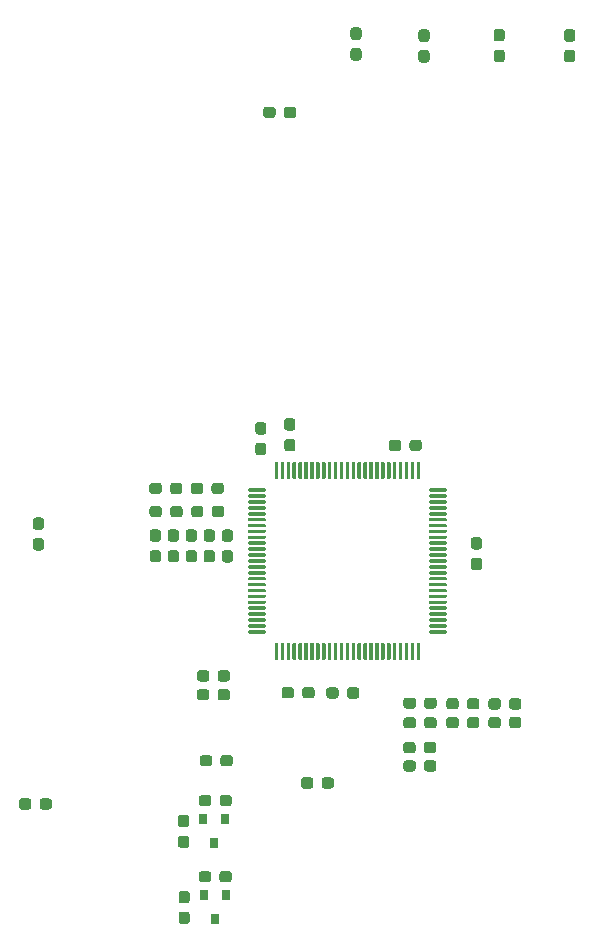
<source format=gbr>
%TF.GenerationSoftware,KiCad,Pcbnew,(5.1.6-0-10_14)*%
%TF.CreationDate,2021-08-28T18:32:45-05:00*%
%TF.ProjectId,atmega2560_led_driver,61746d65-6761-4323-9536-305f6c65645f,rev?*%
%TF.SameCoordinates,Original*%
%TF.FileFunction,Paste,Top*%
%TF.FilePolarity,Positive*%
%FSLAX46Y46*%
G04 Gerber Fmt 4.6, Leading zero omitted, Abs format (unit mm)*
G04 Created by KiCad (PCBNEW (5.1.6-0-10_14)) date 2021-08-28 18:32:45*
%MOMM*%
%LPD*%
G01*
G04 APERTURE LIST*
%ADD10R,0.800000X0.900000*%
G04 APERTURE END LIST*
%TO.C,C6*%
G36*
G01*
X152383000Y-116823500D02*
X152383000Y-116348500D01*
G75*
G02*
X152620500Y-116111000I237500J0D01*
G01*
X153195500Y-116111000D01*
G75*
G02*
X153433000Y-116348500I0J-237500D01*
G01*
X153433000Y-116823500D01*
G75*
G02*
X153195500Y-117061000I-237500J0D01*
G01*
X152620500Y-117061000D01*
G75*
G02*
X152383000Y-116823500I0J237500D01*
G01*
G37*
G36*
G01*
X154133000Y-116823500D02*
X154133000Y-116348500D01*
G75*
G02*
X154370500Y-116111000I237500J0D01*
G01*
X154945500Y-116111000D01*
G75*
G02*
X155183000Y-116348500I0J-237500D01*
G01*
X155183000Y-116823500D01*
G75*
G02*
X154945500Y-117061000I-237500J0D01*
G01*
X154370500Y-117061000D01*
G75*
G02*
X154133000Y-116823500I0J237500D01*
G01*
G37*
%TD*%
%TO.C,C7*%
G36*
G01*
X151401000Y-116322500D02*
X151401000Y-116797500D01*
G75*
G02*
X151163500Y-117035000I-237500J0D01*
G01*
X150588500Y-117035000D01*
G75*
G02*
X150351000Y-116797500I0J237500D01*
G01*
X150351000Y-116322500D01*
G75*
G02*
X150588500Y-116085000I237500J0D01*
G01*
X151163500Y-116085000D01*
G75*
G02*
X151401000Y-116322500I0J-237500D01*
G01*
G37*
G36*
G01*
X149651000Y-116322500D02*
X149651000Y-116797500D01*
G75*
G02*
X149413500Y-117035000I-237500J0D01*
G01*
X148838500Y-117035000D01*
G75*
G02*
X148601000Y-116797500I0J237500D01*
G01*
X148601000Y-116322500D01*
G75*
G02*
X148838500Y-116085000I237500J0D01*
G01*
X149413500Y-116085000D01*
G75*
G02*
X149651000Y-116322500I0J-237500D01*
G01*
G37*
%TD*%
D10*
%TO.C,Q1*%
X143936000Y-133700000D03*
X142036000Y-133700000D03*
X142986000Y-135700000D03*
%TD*%
%TO.C,Q2*%
X142886000Y-129258000D03*
X141936000Y-127258000D03*
X143836000Y-127258000D03*
%TD*%
%TO.C,R15*%
G36*
G01*
X159946999Y-120975499D02*
X159946999Y-121450499D01*
G75*
G02*
X159709499Y-121687999I-237500J0D01*
G01*
X159134499Y-121687999D01*
G75*
G02*
X158896999Y-121450499I0J237500D01*
G01*
X158896999Y-120975499D01*
G75*
G02*
X159134499Y-120737999I237500J0D01*
G01*
X159709499Y-120737999D01*
G75*
G02*
X159946999Y-120975499I0J-237500D01*
G01*
G37*
G36*
G01*
X161696999Y-120975499D02*
X161696999Y-121450499D01*
G75*
G02*
X161459499Y-121687999I-237500J0D01*
G01*
X160884499Y-121687999D01*
G75*
G02*
X160646999Y-121450499I0J237500D01*
G01*
X160646999Y-120975499D01*
G75*
G02*
X160884499Y-120737999I237500J0D01*
G01*
X161459499Y-120737999D01*
G75*
G02*
X161696999Y-120975499I0J-237500D01*
G01*
G37*
%TD*%
%TO.C,R16*%
G36*
G01*
X158916000Y-122997500D02*
X158916000Y-122522500D01*
G75*
G02*
X159153500Y-122285000I237500J0D01*
G01*
X159728500Y-122285000D01*
G75*
G02*
X159966000Y-122522500I0J-237500D01*
G01*
X159966000Y-122997500D01*
G75*
G02*
X159728500Y-123235000I-237500J0D01*
G01*
X159153500Y-123235000D01*
G75*
G02*
X158916000Y-122997500I0J237500D01*
G01*
G37*
G36*
G01*
X160666000Y-122997500D02*
X160666000Y-122522500D01*
G75*
G02*
X160903500Y-122285000I237500J0D01*
G01*
X161478500Y-122285000D01*
G75*
G02*
X161716000Y-122522500I0J-237500D01*
G01*
X161716000Y-122997500D01*
G75*
G02*
X161478500Y-123235000I-237500J0D01*
G01*
X160903500Y-123235000D01*
G75*
G02*
X160666000Y-122997500I0J237500D01*
G01*
G37*
%TD*%
%TO.C,R17*%
G36*
G01*
X159976000Y-118872500D02*
X159976000Y-119347500D01*
G75*
G02*
X159738500Y-119585000I-237500J0D01*
G01*
X159163500Y-119585000D01*
G75*
G02*
X158926000Y-119347500I0J237500D01*
G01*
X158926000Y-118872500D01*
G75*
G02*
X159163500Y-118635000I237500J0D01*
G01*
X159738500Y-118635000D01*
G75*
G02*
X159976000Y-118872500I0J-237500D01*
G01*
G37*
G36*
G01*
X161726000Y-118872500D02*
X161726000Y-119347500D01*
G75*
G02*
X161488500Y-119585000I-237500J0D01*
G01*
X160913500Y-119585000D01*
G75*
G02*
X160676000Y-119347500I0J237500D01*
G01*
X160676000Y-118872500D01*
G75*
G02*
X160913500Y-118635000I237500J0D01*
G01*
X161488500Y-118635000D01*
G75*
G02*
X161726000Y-118872500I0J-237500D01*
G01*
G37*
%TD*%
%TO.C,R18*%
G36*
G01*
X158926000Y-117687500D02*
X158926000Y-117212500D01*
G75*
G02*
X159163500Y-116975000I237500J0D01*
G01*
X159738500Y-116975000D01*
G75*
G02*
X159976000Y-117212500I0J-237500D01*
G01*
X159976000Y-117687500D01*
G75*
G02*
X159738500Y-117925000I-237500J0D01*
G01*
X159163500Y-117925000D01*
G75*
G02*
X158926000Y-117687500I0J237500D01*
G01*
G37*
G36*
G01*
X160676000Y-117687500D02*
X160676000Y-117212500D01*
G75*
G02*
X160913500Y-116975000I237500J0D01*
G01*
X161488500Y-116975000D01*
G75*
G02*
X161726000Y-117212500I0J-237500D01*
G01*
X161726000Y-117687500D01*
G75*
G02*
X161488500Y-117925000I-237500J0D01*
G01*
X160913500Y-117925000D01*
G75*
G02*
X160676000Y-117687500I0J237500D01*
G01*
G37*
%TD*%
%TO.C,R19*%
G36*
G01*
X163598999Y-117267499D02*
X163598999Y-117742499D01*
G75*
G02*
X163361499Y-117979999I-237500J0D01*
G01*
X162786499Y-117979999D01*
G75*
G02*
X162548999Y-117742499I0J237500D01*
G01*
X162548999Y-117267499D01*
G75*
G02*
X162786499Y-117029999I237500J0D01*
G01*
X163361499Y-117029999D01*
G75*
G02*
X163598999Y-117267499I0J-237500D01*
G01*
G37*
G36*
G01*
X165348999Y-117267499D02*
X165348999Y-117742499D01*
G75*
G02*
X165111499Y-117979999I-237500J0D01*
G01*
X164536499Y-117979999D01*
G75*
G02*
X164298999Y-117742499I0J237500D01*
G01*
X164298999Y-117267499D01*
G75*
G02*
X164536499Y-117029999I237500J0D01*
G01*
X165111499Y-117029999D01*
G75*
G02*
X165348999Y-117267499I0J-237500D01*
G01*
G37*
%TD*%
%TO.C,R20*%
G36*
G01*
X164301000Y-119337500D02*
X164301000Y-118862500D01*
G75*
G02*
X164538500Y-118625000I237500J0D01*
G01*
X165113500Y-118625000D01*
G75*
G02*
X165351000Y-118862500I0J-237500D01*
G01*
X165351000Y-119337500D01*
G75*
G02*
X165113500Y-119575000I-237500J0D01*
G01*
X164538500Y-119575000D01*
G75*
G02*
X164301000Y-119337500I0J237500D01*
G01*
G37*
G36*
G01*
X162551000Y-119337500D02*
X162551000Y-118862500D01*
G75*
G02*
X162788500Y-118625000I237500J0D01*
G01*
X163363500Y-118625000D01*
G75*
G02*
X163601000Y-118862500I0J-237500D01*
G01*
X163601000Y-119337500D01*
G75*
G02*
X163363500Y-119575000I-237500J0D01*
G01*
X162788500Y-119575000D01*
G75*
G02*
X162551000Y-119337500I0J237500D01*
G01*
G37*
%TD*%
%TO.C,R21*%
G36*
G01*
X167166000Y-117272500D02*
X167166000Y-117747500D01*
G75*
G02*
X166928500Y-117985000I-237500J0D01*
G01*
X166353500Y-117985000D01*
G75*
G02*
X166116000Y-117747500I0J237500D01*
G01*
X166116000Y-117272500D01*
G75*
G02*
X166353500Y-117035000I237500J0D01*
G01*
X166928500Y-117035000D01*
G75*
G02*
X167166000Y-117272500I0J-237500D01*
G01*
G37*
G36*
G01*
X168916000Y-117272500D02*
X168916000Y-117747500D01*
G75*
G02*
X168678500Y-117985000I-237500J0D01*
G01*
X168103500Y-117985000D01*
G75*
G02*
X167866000Y-117747500I0J237500D01*
G01*
X167866000Y-117272500D01*
G75*
G02*
X168103500Y-117035000I237500J0D01*
G01*
X168678500Y-117035000D01*
G75*
G02*
X168916000Y-117272500I0J-237500D01*
G01*
G37*
%TD*%
%TO.C,R22*%
G36*
G01*
X166117001Y-119322501D02*
X166117001Y-118847501D01*
G75*
G02*
X166354501Y-118610001I237500J0D01*
G01*
X166929501Y-118610001D01*
G75*
G02*
X167167001Y-118847501I0J-237500D01*
G01*
X167167001Y-119322501D01*
G75*
G02*
X166929501Y-119560001I-237500J0D01*
G01*
X166354501Y-119560001D01*
G75*
G02*
X166117001Y-119322501I0J237500D01*
G01*
G37*
G36*
G01*
X167867001Y-119322501D02*
X167867001Y-118847501D01*
G75*
G02*
X168104501Y-118610001I237500J0D01*
G01*
X168679501Y-118610001D01*
G75*
G02*
X168917001Y-118847501I0J-237500D01*
G01*
X168917001Y-119322501D01*
G75*
G02*
X168679501Y-119560001I-237500J0D01*
G01*
X168104501Y-119560001D01*
G75*
G02*
X167867001Y-119322501I0J237500D01*
G01*
G37*
%TD*%
%TO.C,R23*%
G36*
G01*
X139161000Y-99507500D02*
X139161000Y-99032500D01*
G75*
G02*
X139398500Y-98795000I237500J0D01*
G01*
X139973500Y-98795000D01*
G75*
G02*
X140211000Y-99032500I0J-237500D01*
G01*
X140211000Y-99507500D01*
G75*
G02*
X139973500Y-99745000I-237500J0D01*
G01*
X139398500Y-99745000D01*
G75*
G02*
X139161000Y-99507500I0J237500D01*
G01*
G37*
G36*
G01*
X137411000Y-99507500D02*
X137411000Y-99032500D01*
G75*
G02*
X137648500Y-98795000I237500J0D01*
G01*
X138223500Y-98795000D01*
G75*
G02*
X138461000Y-99032500I0J-237500D01*
G01*
X138461000Y-99507500D01*
G75*
G02*
X138223500Y-99745000I-237500J0D01*
G01*
X137648500Y-99745000D01*
G75*
G02*
X137411000Y-99507500I0J237500D01*
G01*
G37*
%TD*%
%TO.C,R24*%
G36*
G01*
X140916000Y-99507500D02*
X140916000Y-99032500D01*
G75*
G02*
X141153500Y-98795000I237500J0D01*
G01*
X141728500Y-98795000D01*
G75*
G02*
X141966000Y-99032500I0J-237500D01*
G01*
X141966000Y-99507500D01*
G75*
G02*
X141728500Y-99745000I-237500J0D01*
G01*
X141153500Y-99745000D01*
G75*
G02*
X140916000Y-99507500I0J237500D01*
G01*
G37*
G36*
G01*
X142666000Y-99507500D02*
X142666000Y-99032500D01*
G75*
G02*
X142903500Y-98795000I237500J0D01*
G01*
X143478500Y-98795000D01*
G75*
G02*
X143716000Y-99032500I0J-237500D01*
G01*
X143716000Y-99507500D01*
G75*
G02*
X143478500Y-99745000I-237500J0D01*
G01*
X142903500Y-99745000D01*
G75*
G02*
X142666000Y-99507500I0J237500D01*
G01*
G37*
%TD*%
%TO.C,R25*%
G36*
G01*
X139171000Y-101467500D02*
X139171000Y-100992500D01*
G75*
G02*
X139408500Y-100755000I237500J0D01*
G01*
X139983500Y-100755000D01*
G75*
G02*
X140221000Y-100992500I0J-237500D01*
G01*
X140221000Y-101467500D01*
G75*
G02*
X139983500Y-101705000I-237500J0D01*
G01*
X139408500Y-101705000D01*
G75*
G02*
X139171000Y-101467500I0J237500D01*
G01*
G37*
G36*
G01*
X137421000Y-101467500D02*
X137421000Y-100992500D01*
G75*
G02*
X137658500Y-100755000I237500J0D01*
G01*
X138233500Y-100755000D01*
G75*
G02*
X138471000Y-100992500I0J-237500D01*
G01*
X138471000Y-101467500D01*
G75*
G02*
X138233500Y-101705000I-237500J0D01*
G01*
X137658500Y-101705000D01*
G75*
G02*
X137421000Y-101467500I0J237500D01*
G01*
G37*
%TD*%
%TO.C,R26*%
G36*
G01*
X140941000Y-101467500D02*
X140941000Y-100992500D01*
G75*
G02*
X141178500Y-100755000I237500J0D01*
G01*
X141753500Y-100755000D01*
G75*
G02*
X141991000Y-100992500I0J-237500D01*
G01*
X141991000Y-101467500D01*
G75*
G02*
X141753500Y-101705000I-237500J0D01*
G01*
X141178500Y-101705000D01*
G75*
G02*
X140941000Y-101467500I0J237500D01*
G01*
G37*
G36*
G01*
X142691000Y-101467500D02*
X142691000Y-100992500D01*
G75*
G02*
X142928500Y-100755000I237500J0D01*
G01*
X143503500Y-100755000D01*
G75*
G02*
X143741000Y-100992500I0J-237500D01*
G01*
X143741000Y-101467500D01*
G75*
G02*
X143503500Y-101705000I-237500J0D01*
G01*
X142928500Y-101705000D01*
G75*
G02*
X142691000Y-101467500I0J237500D01*
G01*
G37*
%TD*%
%TO.C,U1*%
G36*
G01*
X145778000Y-99485000D02*
X145778000Y-99335000D01*
G75*
G02*
X145853000Y-99260000I75000J0D01*
G01*
X147178000Y-99260000D01*
G75*
G02*
X147253000Y-99335000I0J-75000D01*
G01*
X147253000Y-99485000D01*
G75*
G02*
X147178000Y-99560000I-75000J0D01*
G01*
X145853000Y-99560000D01*
G75*
G02*
X145778000Y-99485000I0J75000D01*
G01*
G37*
G36*
G01*
X145778000Y-99985000D02*
X145778000Y-99835000D01*
G75*
G02*
X145853000Y-99760000I75000J0D01*
G01*
X147178000Y-99760000D01*
G75*
G02*
X147253000Y-99835000I0J-75000D01*
G01*
X147253000Y-99985000D01*
G75*
G02*
X147178000Y-100060000I-75000J0D01*
G01*
X145853000Y-100060000D01*
G75*
G02*
X145778000Y-99985000I0J75000D01*
G01*
G37*
G36*
G01*
X145778000Y-100485000D02*
X145778000Y-100335000D01*
G75*
G02*
X145853000Y-100260000I75000J0D01*
G01*
X147178000Y-100260000D01*
G75*
G02*
X147253000Y-100335000I0J-75000D01*
G01*
X147253000Y-100485000D01*
G75*
G02*
X147178000Y-100560000I-75000J0D01*
G01*
X145853000Y-100560000D01*
G75*
G02*
X145778000Y-100485000I0J75000D01*
G01*
G37*
G36*
G01*
X145778000Y-100985000D02*
X145778000Y-100835000D01*
G75*
G02*
X145853000Y-100760000I75000J0D01*
G01*
X147178000Y-100760000D01*
G75*
G02*
X147253000Y-100835000I0J-75000D01*
G01*
X147253000Y-100985000D01*
G75*
G02*
X147178000Y-101060000I-75000J0D01*
G01*
X145853000Y-101060000D01*
G75*
G02*
X145778000Y-100985000I0J75000D01*
G01*
G37*
G36*
G01*
X145778000Y-101485000D02*
X145778000Y-101335000D01*
G75*
G02*
X145853000Y-101260000I75000J0D01*
G01*
X147178000Y-101260000D01*
G75*
G02*
X147253000Y-101335000I0J-75000D01*
G01*
X147253000Y-101485000D01*
G75*
G02*
X147178000Y-101560000I-75000J0D01*
G01*
X145853000Y-101560000D01*
G75*
G02*
X145778000Y-101485000I0J75000D01*
G01*
G37*
G36*
G01*
X145778000Y-101985000D02*
X145778000Y-101835000D01*
G75*
G02*
X145853000Y-101760000I75000J0D01*
G01*
X147178000Y-101760000D01*
G75*
G02*
X147253000Y-101835000I0J-75000D01*
G01*
X147253000Y-101985000D01*
G75*
G02*
X147178000Y-102060000I-75000J0D01*
G01*
X145853000Y-102060000D01*
G75*
G02*
X145778000Y-101985000I0J75000D01*
G01*
G37*
G36*
G01*
X145778000Y-102485000D02*
X145778000Y-102335000D01*
G75*
G02*
X145853000Y-102260000I75000J0D01*
G01*
X147178000Y-102260000D01*
G75*
G02*
X147253000Y-102335000I0J-75000D01*
G01*
X147253000Y-102485000D01*
G75*
G02*
X147178000Y-102560000I-75000J0D01*
G01*
X145853000Y-102560000D01*
G75*
G02*
X145778000Y-102485000I0J75000D01*
G01*
G37*
G36*
G01*
X145778000Y-102985000D02*
X145778000Y-102835000D01*
G75*
G02*
X145853000Y-102760000I75000J0D01*
G01*
X147178000Y-102760000D01*
G75*
G02*
X147253000Y-102835000I0J-75000D01*
G01*
X147253000Y-102985000D01*
G75*
G02*
X147178000Y-103060000I-75000J0D01*
G01*
X145853000Y-103060000D01*
G75*
G02*
X145778000Y-102985000I0J75000D01*
G01*
G37*
G36*
G01*
X145778000Y-103485000D02*
X145778000Y-103335000D01*
G75*
G02*
X145853000Y-103260000I75000J0D01*
G01*
X147178000Y-103260000D01*
G75*
G02*
X147253000Y-103335000I0J-75000D01*
G01*
X147253000Y-103485000D01*
G75*
G02*
X147178000Y-103560000I-75000J0D01*
G01*
X145853000Y-103560000D01*
G75*
G02*
X145778000Y-103485000I0J75000D01*
G01*
G37*
G36*
G01*
X145778000Y-103985000D02*
X145778000Y-103835000D01*
G75*
G02*
X145853000Y-103760000I75000J0D01*
G01*
X147178000Y-103760000D01*
G75*
G02*
X147253000Y-103835000I0J-75000D01*
G01*
X147253000Y-103985000D01*
G75*
G02*
X147178000Y-104060000I-75000J0D01*
G01*
X145853000Y-104060000D01*
G75*
G02*
X145778000Y-103985000I0J75000D01*
G01*
G37*
G36*
G01*
X145778000Y-104485000D02*
X145778000Y-104335000D01*
G75*
G02*
X145853000Y-104260000I75000J0D01*
G01*
X147178000Y-104260000D01*
G75*
G02*
X147253000Y-104335000I0J-75000D01*
G01*
X147253000Y-104485000D01*
G75*
G02*
X147178000Y-104560000I-75000J0D01*
G01*
X145853000Y-104560000D01*
G75*
G02*
X145778000Y-104485000I0J75000D01*
G01*
G37*
G36*
G01*
X145778000Y-104985000D02*
X145778000Y-104835000D01*
G75*
G02*
X145853000Y-104760000I75000J0D01*
G01*
X147178000Y-104760000D01*
G75*
G02*
X147253000Y-104835000I0J-75000D01*
G01*
X147253000Y-104985000D01*
G75*
G02*
X147178000Y-105060000I-75000J0D01*
G01*
X145853000Y-105060000D01*
G75*
G02*
X145778000Y-104985000I0J75000D01*
G01*
G37*
G36*
G01*
X145778000Y-105485000D02*
X145778000Y-105335000D01*
G75*
G02*
X145853000Y-105260000I75000J0D01*
G01*
X147178000Y-105260000D01*
G75*
G02*
X147253000Y-105335000I0J-75000D01*
G01*
X147253000Y-105485000D01*
G75*
G02*
X147178000Y-105560000I-75000J0D01*
G01*
X145853000Y-105560000D01*
G75*
G02*
X145778000Y-105485000I0J75000D01*
G01*
G37*
G36*
G01*
X145778000Y-105985000D02*
X145778000Y-105835000D01*
G75*
G02*
X145853000Y-105760000I75000J0D01*
G01*
X147178000Y-105760000D01*
G75*
G02*
X147253000Y-105835000I0J-75000D01*
G01*
X147253000Y-105985000D01*
G75*
G02*
X147178000Y-106060000I-75000J0D01*
G01*
X145853000Y-106060000D01*
G75*
G02*
X145778000Y-105985000I0J75000D01*
G01*
G37*
G36*
G01*
X145778000Y-106485000D02*
X145778000Y-106335000D01*
G75*
G02*
X145853000Y-106260000I75000J0D01*
G01*
X147178000Y-106260000D01*
G75*
G02*
X147253000Y-106335000I0J-75000D01*
G01*
X147253000Y-106485000D01*
G75*
G02*
X147178000Y-106560000I-75000J0D01*
G01*
X145853000Y-106560000D01*
G75*
G02*
X145778000Y-106485000I0J75000D01*
G01*
G37*
G36*
G01*
X145778000Y-106985000D02*
X145778000Y-106835000D01*
G75*
G02*
X145853000Y-106760000I75000J0D01*
G01*
X147178000Y-106760000D01*
G75*
G02*
X147253000Y-106835000I0J-75000D01*
G01*
X147253000Y-106985000D01*
G75*
G02*
X147178000Y-107060000I-75000J0D01*
G01*
X145853000Y-107060000D01*
G75*
G02*
X145778000Y-106985000I0J75000D01*
G01*
G37*
G36*
G01*
X145778000Y-107485000D02*
X145778000Y-107335000D01*
G75*
G02*
X145853000Y-107260000I75000J0D01*
G01*
X147178000Y-107260000D01*
G75*
G02*
X147253000Y-107335000I0J-75000D01*
G01*
X147253000Y-107485000D01*
G75*
G02*
X147178000Y-107560000I-75000J0D01*
G01*
X145853000Y-107560000D01*
G75*
G02*
X145778000Y-107485000I0J75000D01*
G01*
G37*
G36*
G01*
X145778000Y-107985000D02*
X145778000Y-107835000D01*
G75*
G02*
X145853000Y-107760000I75000J0D01*
G01*
X147178000Y-107760000D01*
G75*
G02*
X147253000Y-107835000I0J-75000D01*
G01*
X147253000Y-107985000D01*
G75*
G02*
X147178000Y-108060000I-75000J0D01*
G01*
X145853000Y-108060000D01*
G75*
G02*
X145778000Y-107985000I0J75000D01*
G01*
G37*
G36*
G01*
X145778000Y-108485000D02*
X145778000Y-108335000D01*
G75*
G02*
X145853000Y-108260000I75000J0D01*
G01*
X147178000Y-108260000D01*
G75*
G02*
X147253000Y-108335000I0J-75000D01*
G01*
X147253000Y-108485000D01*
G75*
G02*
X147178000Y-108560000I-75000J0D01*
G01*
X145853000Y-108560000D01*
G75*
G02*
X145778000Y-108485000I0J75000D01*
G01*
G37*
G36*
G01*
X145778000Y-108985000D02*
X145778000Y-108835000D01*
G75*
G02*
X145853000Y-108760000I75000J0D01*
G01*
X147178000Y-108760000D01*
G75*
G02*
X147253000Y-108835000I0J-75000D01*
G01*
X147253000Y-108985000D01*
G75*
G02*
X147178000Y-109060000I-75000J0D01*
G01*
X145853000Y-109060000D01*
G75*
G02*
X145778000Y-108985000I0J75000D01*
G01*
G37*
G36*
G01*
X145778000Y-109485000D02*
X145778000Y-109335000D01*
G75*
G02*
X145853000Y-109260000I75000J0D01*
G01*
X147178000Y-109260000D01*
G75*
G02*
X147253000Y-109335000I0J-75000D01*
G01*
X147253000Y-109485000D01*
G75*
G02*
X147178000Y-109560000I-75000J0D01*
G01*
X145853000Y-109560000D01*
G75*
G02*
X145778000Y-109485000I0J75000D01*
G01*
G37*
G36*
G01*
X145778000Y-109985000D02*
X145778000Y-109835000D01*
G75*
G02*
X145853000Y-109760000I75000J0D01*
G01*
X147178000Y-109760000D01*
G75*
G02*
X147253000Y-109835000I0J-75000D01*
G01*
X147253000Y-109985000D01*
G75*
G02*
X147178000Y-110060000I-75000J0D01*
G01*
X145853000Y-110060000D01*
G75*
G02*
X145778000Y-109985000I0J75000D01*
G01*
G37*
G36*
G01*
X145778000Y-110485000D02*
X145778000Y-110335000D01*
G75*
G02*
X145853000Y-110260000I75000J0D01*
G01*
X147178000Y-110260000D01*
G75*
G02*
X147253000Y-110335000I0J-75000D01*
G01*
X147253000Y-110485000D01*
G75*
G02*
X147178000Y-110560000I-75000J0D01*
G01*
X145853000Y-110560000D01*
G75*
G02*
X145778000Y-110485000I0J75000D01*
G01*
G37*
G36*
G01*
X145778000Y-110985000D02*
X145778000Y-110835000D01*
G75*
G02*
X145853000Y-110760000I75000J0D01*
G01*
X147178000Y-110760000D01*
G75*
G02*
X147253000Y-110835000I0J-75000D01*
G01*
X147253000Y-110985000D01*
G75*
G02*
X147178000Y-111060000I-75000J0D01*
G01*
X145853000Y-111060000D01*
G75*
G02*
X145778000Y-110985000I0J75000D01*
G01*
G37*
G36*
G01*
X145778000Y-111485000D02*
X145778000Y-111335000D01*
G75*
G02*
X145853000Y-111260000I75000J0D01*
G01*
X147178000Y-111260000D01*
G75*
G02*
X147253000Y-111335000I0J-75000D01*
G01*
X147253000Y-111485000D01*
G75*
G02*
X147178000Y-111560000I-75000J0D01*
G01*
X145853000Y-111560000D01*
G75*
G02*
X145778000Y-111485000I0J75000D01*
G01*
G37*
G36*
G01*
X148028000Y-113735000D02*
X148028000Y-112410000D01*
G75*
G02*
X148103000Y-112335000I75000J0D01*
G01*
X148253000Y-112335000D01*
G75*
G02*
X148328000Y-112410000I0J-75000D01*
G01*
X148328000Y-113735000D01*
G75*
G02*
X148253000Y-113810000I-75000J0D01*
G01*
X148103000Y-113810000D01*
G75*
G02*
X148028000Y-113735000I0J75000D01*
G01*
G37*
G36*
G01*
X148528000Y-113735000D02*
X148528000Y-112410000D01*
G75*
G02*
X148603000Y-112335000I75000J0D01*
G01*
X148753000Y-112335000D01*
G75*
G02*
X148828000Y-112410000I0J-75000D01*
G01*
X148828000Y-113735000D01*
G75*
G02*
X148753000Y-113810000I-75000J0D01*
G01*
X148603000Y-113810000D01*
G75*
G02*
X148528000Y-113735000I0J75000D01*
G01*
G37*
G36*
G01*
X149028000Y-113735000D02*
X149028000Y-112410000D01*
G75*
G02*
X149103000Y-112335000I75000J0D01*
G01*
X149253000Y-112335000D01*
G75*
G02*
X149328000Y-112410000I0J-75000D01*
G01*
X149328000Y-113735000D01*
G75*
G02*
X149253000Y-113810000I-75000J0D01*
G01*
X149103000Y-113810000D01*
G75*
G02*
X149028000Y-113735000I0J75000D01*
G01*
G37*
G36*
G01*
X149528000Y-113735000D02*
X149528000Y-112410000D01*
G75*
G02*
X149603000Y-112335000I75000J0D01*
G01*
X149753000Y-112335000D01*
G75*
G02*
X149828000Y-112410000I0J-75000D01*
G01*
X149828000Y-113735000D01*
G75*
G02*
X149753000Y-113810000I-75000J0D01*
G01*
X149603000Y-113810000D01*
G75*
G02*
X149528000Y-113735000I0J75000D01*
G01*
G37*
G36*
G01*
X150028000Y-113735000D02*
X150028000Y-112410000D01*
G75*
G02*
X150103000Y-112335000I75000J0D01*
G01*
X150253000Y-112335000D01*
G75*
G02*
X150328000Y-112410000I0J-75000D01*
G01*
X150328000Y-113735000D01*
G75*
G02*
X150253000Y-113810000I-75000J0D01*
G01*
X150103000Y-113810000D01*
G75*
G02*
X150028000Y-113735000I0J75000D01*
G01*
G37*
G36*
G01*
X150528000Y-113735000D02*
X150528000Y-112410000D01*
G75*
G02*
X150603000Y-112335000I75000J0D01*
G01*
X150753000Y-112335000D01*
G75*
G02*
X150828000Y-112410000I0J-75000D01*
G01*
X150828000Y-113735000D01*
G75*
G02*
X150753000Y-113810000I-75000J0D01*
G01*
X150603000Y-113810000D01*
G75*
G02*
X150528000Y-113735000I0J75000D01*
G01*
G37*
G36*
G01*
X151028000Y-113735000D02*
X151028000Y-112410000D01*
G75*
G02*
X151103000Y-112335000I75000J0D01*
G01*
X151253000Y-112335000D01*
G75*
G02*
X151328000Y-112410000I0J-75000D01*
G01*
X151328000Y-113735000D01*
G75*
G02*
X151253000Y-113810000I-75000J0D01*
G01*
X151103000Y-113810000D01*
G75*
G02*
X151028000Y-113735000I0J75000D01*
G01*
G37*
G36*
G01*
X151528000Y-113735000D02*
X151528000Y-112410000D01*
G75*
G02*
X151603000Y-112335000I75000J0D01*
G01*
X151753000Y-112335000D01*
G75*
G02*
X151828000Y-112410000I0J-75000D01*
G01*
X151828000Y-113735000D01*
G75*
G02*
X151753000Y-113810000I-75000J0D01*
G01*
X151603000Y-113810000D01*
G75*
G02*
X151528000Y-113735000I0J75000D01*
G01*
G37*
G36*
G01*
X152028000Y-113735000D02*
X152028000Y-112410000D01*
G75*
G02*
X152103000Y-112335000I75000J0D01*
G01*
X152253000Y-112335000D01*
G75*
G02*
X152328000Y-112410000I0J-75000D01*
G01*
X152328000Y-113735000D01*
G75*
G02*
X152253000Y-113810000I-75000J0D01*
G01*
X152103000Y-113810000D01*
G75*
G02*
X152028000Y-113735000I0J75000D01*
G01*
G37*
G36*
G01*
X152528000Y-113735000D02*
X152528000Y-112410000D01*
G75*
G02*
X152603000Y-112335000I75000J0D01*
G01*
X152753000Y-112335000D01*
G75*
G02*
X152828000Y-112410000I0J-75000D01*
G01*
X152828000Y-113735000D01*
G75*
G02*
X152753000Y-113810000I-75000J0D01*
G01*
X152603000Y-113810000D01*
G75*
G02*
X152528000Y-113735000I0J75000D01*
G01*
G37*
G36*
G01*
X153028000Y-113735000D02*
X153028000Y-112410000D01*
G75*
G02*
X153103000Y-112335000I75000J0D01*
G01*
X153253000Y-112335000D01*
G75*
G02*
X153328000Y-112410000I0J-75000D01*
G01*
X153328000Y-113735000D01*
G75*
G02*
X153253000Y-113810000I-75000J0D01*
G01*
X153103000Y-113810000D01*
G75*
G02*
X153028000Y-113735000I0J75000D01*
G01*
G37*
G36*
G01*
X153528000Y-113735000D02*
X153528000Y-112410000D01*
G75*
G02*
X153603000Y-112335000I75000J0D01*
G01*
X153753000Y-112335000D01*
G75*
G02*
X153828000Y-112410000I0J-75000D01*
G01*
X153828000Y-113735000D01*
G75*
G02*
X153753000Y-113810000I-75000J0D01*
G01*
X153603000Y-113810000D01*
G75*
G02*
X153528000Y-113735000I0J75000D01*
G01*
G37*
G36*
G01*
X154028000Y-113735000D02*
X154028000Y-112410000D01*
G75*
G02*
X154103000Y-112335000I75000J0D01*
G01*
X154253000Y-112335000D01*
G75*
G02*
X154328000Y-112410000I0J-75000D01*
G01*
X154328000Y-113735000D01*
G75*
G02*
X154253000Y-113810000I-75000J0D01*
G01*
X154103000Y-113810000D01*
G75*
G02*
X154028000Y-113735000I0J75000D01*
G01*
G37*
G36*
G01*
X154528000Y-113735000D02*
X154528000Y-112410000D01*
G75*
G02*
X154603000Y-112335000I75000J0D01*
G01*
X154753000Y-112335000D01*
G75*
G02*
X154828000Y-112410000I0J-75000D01*
G01*
X154828000Y-113735000D01*
G75*
G02*
X154753000Y-113810000I-75000J0D01*
G01*
X154603000Y-113810000D01*
G75*
G02*
X154528000Y-113735000I0J75000D01*
G01*
G37*
G36*
G01*
X155028000Y-113735000D02*
X155028000Y-112410000D01*
G75*
G02*
X155103000Y-112335000I75000J0D01*
G01*
X155253000Y-112335000D01*
G75*
G02*
X155328000Y-112410000I0J-75000D01*
G01*
X155328000Y-113735000D01*
G75*
G02*
X155253000Y-113810000I-75000J0D01*
G01*
X155103000Y-113810000D01*
G75*
G02*
X155028000Y-113735000I0J75000D01*
G01*
G37*
G36*
G01*
X155528000Y-113735000D02*
X155528000Y-112410000D01*
G75*
G02*
X155603000Y-112335000I75000J0D01*
G01*
X155753000Y-112335000D01*
G75*
G02*
X155828000Y-112410000I0J-75000D01*
G01*
X155828000Y-113735000D01*
G75*
G02*
X155753000Y-113810000I-75000J0D01*
G01*
X155603000Y-113810000D01*
G75*
G02*
X155528000Y-113735000I0J75000D01*
G01*
G37*
G36*
G01*
X156028000Y-113735000D02*
X156028000Y-112410000D01*
G75*
G02*
X156103000Y-112335000I75000J0D01*
G01*
X156253000Y-112335000D01*
G75*
G02*
X156328000Y-112410000I0J-75000D01*
G01*
X156328000Y-113735000D01*
G75*
G02*
X156253000Y-113810000I-75000J0D01*
G01*
X156103000Y-113810000D01*
G75*
G02*
X156028000Y-113735000I0J75000D01*
G01*
G37*
G36*
G01*
X156528000Y-113735000D02*
X156528000Y-112410000D01*
G75*
G02*
X156603000Y-112335000I75000J0D01*
G01*
X156753000Y-112335000D01*
G75*
G02*
X156828000Y-112410000I0J-75000D01*
G01*
X156828000Y-113735000D01*
G75*
G02*
X156753000Y-113810000I-75000J0D01*
G01*
X156603000Y-113810000D01*
G75*
G02*
X156528000Y-113735000I0J75000D01*
G01*
G37*
G36*
G01*
X157028000Y-113735000D02*
X157028000Y-112410000D01*
G75*
G02*
X157103000Y-112335000I75000J0D01*
G01*
X157253000Y-112335000D01*
G75*
G02*
X157328000Y-112410000I0J-75000D01*
G01*
X157328000Y-113735000D01*
G75*
G02*
X157253000Y-113810000I-75000J0D01*
G01*
X157103000Y-113810000D01*
G75*
G02*
X157028000Y-113735000I0J75000D01*
G01*
G37*
G36*
G01*
X157528000Y-113735000D02*
X157528000Y-112410000D01*
G75*
G02*
X157603000Y-112335000I75000J0D01*
G01*
X157753000Y-112335000D01*
G75*
G02*
X157828000Y-112410000I0J-75000D01*
G01*
X157828000Y-113735000D01*
G75*
G02*
X157753000Y-113810000I-75000J0D01*
G01*
X157603000Y-113810000D01*
G75*
G02*
X157528000Y-113735000I0J75000D01*
G01*
G37*
G36*
G01*
X158028000Y-113735000D02*
X158028000Y-112410000D01*
G75*
G02*
X158103000Y-112335000I75000J0D01*
G01*
X158253000Y-112335000D01*
G75*
G02*
X158328000Y-112410000I0J-75000D01*
G01*
X158328000Y-113735000D01*
G75*
G02*
X158253000Y-113810000I-75000J0D01*
G01*
X158103000Y-113810000D01*
G75*
G02*
X158028000Y-113735000I0J75000D01*
G01*
G37*
G36*
G01*
X158528000Y-113735000D02*
X158528000Y-112410000D01*
G75*
G02*
X158603000Y-112335000I75000J0D01*
G01*
X158753000Y-112335000D01*
G75*
G02*
X158828000Y-112410000I0J-75000D01*
G01*
X158828000Y-113735000D01*
G75*
G02*
X158753000Y-113810000I-75000J0D01*
G01*
X158603000Y-113810000D01*
G75*
G02*
X158528000Y-113735000I0J75000D01*
G01*
G37*
G36*
G01*
X159028000Y-113735000D02*
X159028000Y-112410000D01*
G75*
G02*
X159103000Y-112335000I75000J0D01*
G01*
X159253000Y-112335000D01*
G75*
G02*
X159328000Y-112410000I0J-75000D01*
G01*
X159328000Y-113735000D01*
G75*
G02*
X159253000Y-113810000I-75000J0D01*
G01*
X159103000Y-113810000D01*
G75*
G02*
X159028000Y-113735000I0J75000D01*
G01*
G37*
G36*
G01*
X159528000Y-113735000D02*
X159528000Y-112410000D01*
G75*
G02*
X159603000Y-112335000I75000J0D01*
G01*
X159753000Y-112335000D01*
G75*
G02*
X159828000Y-112410000I0J-75000D01*
G01*
X159828000Y-113735000D01*
G75*
G02*
X159753000Y-113810000I-75000J0D01*
G01*
X159603000Y-113810000D01*
G75*
G02*
X159528000Y-113735000I0J75000D01*
G01*
G37*
G36*
G01*
X160028000Y-113735000D02*
X160028000Y-112410000D01*
G75*
G02*
X160103000Y-112335000I75000J0D01*
G01*
X160253000Y-112335000D01*
G75*
G02*
X160328000Y-112410000I0J-75000D01*
G01*
X160328000Y-113735000D01*
G75*
G02*
X160253000Y-113810000I-75000J0D01*
G01*
X160103000Y-113810000D01*
G75*
G02*
X160028000Y-113735000I0J75000D01*
G01*
G37*
G36*
G01*
X161103000Y-111485000D02*
X161103000Y-111335000D01*
G75*
G02*
X161178000Y-111260000I75000J0D01*
G01*
X162503000Y-111260000D01*
G75*
G02*
X162578000Y-111335000I0J-75000D01*
G01*
X162578000Y-111485000D01*
G75*
G02*
X162503000Y-111560000I-75000J0D01*
G01*
X161178000Y-111560000D01*
G75*
G02*
X161103000Y-111485000I0J75000D01*
G01*
G37*
G36*
G01*
X161103000Y-110985000D02*
X161103000Y-110835000D01*
G75*
G02*
X161178000Y-110760000I75000J0D01*
G01*
X162503000Y-110760000D01*
G75*
G02*
X162578000Y-110835000I0J-75000D01*
G01*
X162578000Y-110985000D01*
G75*
G02*
X162503000Y-111060000I-75000J0D01*
G01*
X161178000Y-111060000D01*
G75*
G02*
X161103000Y-110985000I0J75000D01*
G01*
G37*
G36*
G01*
X161103000Y-110485000D02*
X161103000Y-110335000D01*
G75*
G02*
X161178000Y-110260000I75000J0D01*
G01*
X162503000Y-110260000D01*
G75*
G02*
X162578000Y-110335000I0J-75000D01*
G01*
X162578000Y-110485000D01*
G75*
G02*
X162503000Y-110560000I-75000J0D01*
G01*
X161178000Y-110560000D01*
G75*
G02*
X161103000Y-110485000I0J75000D01*
G01*
G37*
G36*
G01*
X161103000Y-109985000D02*
X161103000Y-109835000D01*
G75*
G02*
X161178000Y-109760000I75000J0D01*
G01*
X162503000Y-109760000D01*
G75*
G02*
X162578000Y-109835000I0J-75000D01*
G01*
X162578000Y-109985000D01*
G75*
G02*
X162503000Y-110060000I-75000J0D01*
G01*
X161178000Y-110060000D01*
G75*
G02*
X161103000Y-109985000I0J75000D01*
G01*
G37*
G36*
G01*
X161103000Y-109485000D02*
X161103000Y-109335000D01*
G75*
G02*
X161178000Y-109260000I75000J0D01*
G01*
X162503000Y-109260000D01*
G75*
G02*
X162578000Y-109335000I0J-75000D01*
G01*
X162578000Y-109485000D01*
G75*
G02*
X162503000Y-109560000I-75000J0D01*
G01*
X161178000Y-109560000D01*
G75*
G02*
X161103000Y-109485000I0J75000D01*
G01*
G37*
G36*
G01*
X161103000Y-108985000D02*
X161103000Y-108835000D01*
G75*
G02*
X161178000Y-108760000I75000J0D01*
G01*
X162503000Y-108760000D01*
G75*
G02*
X162578000Y-108835000I0J-75000D01*
G01*
X162578000Y-108985000D01*
G75*
G02*
X162503000Y-109060000I-75000J0D01*
G01*
X161178000Y-109060000D01*
G75*
G02*
X161103000Y-108985000I0J75000D01*
G01*
G37*
G36*
G01*
X161103000Y-108485000D02*
X161103000Y-108335000D01*
G75*
G02*
X161178000Y-108260000I75000J0D01*
G01*
X162503000Y-108260000D01*
G75*
G02*
X162578000Y-108335000I0J-75000D01*
G01*
X162578000Y-108485000D01*
G75*
G02*
X162503000Y-108560000I-75000J0D01*
G01*
X161178000Y-108560000D01*
G75*
G02*
X161103000Y-108485000I0J75000D01*
G01*
G37*
G36*
G01*
X161103000Y-107985000D02*
X161103000Y-107835000D01*
G75*
G02*
X161178000Y-107760000I75000J0D01*
G01*
X162503000Y-107760000D01*
G75*
G02*
X162578000Y-107835000I0J-75000D01*
G01*
X162578000Y-107985000D01*
G75*
G02*
X162503000Y-108060000I-75000J0D01*
G01*
X161178000Y-108060000D01*
G75*
G02*
X161103000Y-107985000I0J75000D01*
G01*
G37*
G36*
G01*
X161103000Y-107485000D02*
X161103000Y-107335000D01*
G75*
G02*
X161178000Y-107260000I75000J0D01*
G01*
X162503000Y-107260000D01*
G75*
G02*
X162578000Y-107335000I0J-75000D01*
G01*
X162578000Y-107485000D01*
G75*
G02*
X162503000Y-107560000I-75000J0D01*
G01*
X161178000Y-107560000D01*
G75*
G02*
X161103000Y-107485000I0J75000D01*
G01*
G37*
G36*
G01*
X161103000Y-106985000D02*
X161103000Y-106835000D01*
G75*
G02*
X161178000Y-106760000I75000J0D01*
G01*
X162503000Y-106760000D01*
G75*
G02*
X162578000Y-106835000I0J-75000D01*
G01*
X162578000Y-106985000D01*
G75*
G02*
X162503000Y-107060000I-75000J0D01*
G01*
X161178000Y-107060000D01*
G75*
G02*
X161103000Y-106985000I0J75000D01*
G01*
G37*
G36*
G01*
X161103000Y-106485000D02*
X161103000Y-106335000D01*
G75*
G02*
X161178000Y-106260000I75000J0D01*
G01*
X162503000Y-106260000D01*
G75*
G02*
X162578000Y-106335000I0J-75000D01*
G01*
X162578000Y-106485000D01*
G75*
G02*
X162503000Y-106560000I-75000J0D01*
G01*
X161178000Y-106560000D01*
G75*
G02*
X161103000Y-106485000I0J75000D01*
G01*
G37*
G36*
G01*
X161103000Y-105985000D02*
X161103000Y-105835000D01*
G75*
G02*
X161178000Y-105760000I75000J0D01*
G01*
X162503000Y-105760000D01*
G75*
G02*
X162578000Y-105835000I0J-75000D01*
G01*
X162578000Y-105985000D01*
G75*
G02*
X162503000Y-106060000I-75000J0D01*
G01*
X161178000Y-106060000D01*
G75*
G02*
X161103000Y-105985000I0J75000D01*
G01*
G37*
G36*
G01*
X161103000Y-105485000D02*
X161103000Y-105335000D01*
G75*
G02*
X161178000Y-105260000I75000J0D01*
G01*
X162503000Y-105260000D01*
G75*
G02*
X162578000Y-105335000I0J-75000D01*
G01*
X162578000Y-105485000D01*
G75*
G02*
X162503000Y-105560000I-75000J0D01*
G01*
X161178000Y-105560000D01*
G75*
G02*
X161103000Y-105485000I0J75000D01*
G01*
G37*
G36*
G01*
X161103000Y-104985000D02*
X161103000Y-104835000D01*
G75*
G02*
X161178000Y-104760000I75000J0D01*
G01*
X162503000Y-104760000D01*
G75*
G02*
X162578000Y-104835000I0J-75000D01*
G01*
X162578000Y-104985000D01*
G75*
G02*
X162503000Y-105060000I-75000J0D01*
G01*
X161178000Y-105060000D01*
G75*
G02*
X161103000Y-104985000I0J75000D01*
G01*
G37*
G36*
G01*
X161103000Y-104485000D02*
X161103000Y-104335000D01*
G75*
G02*
X161178000Y-104260000I75000J0D01*
G01*
X162503000Y-104260000D01*
G75*
G02*
X162578000Y-104335000I0J-75000D01*
G01*
X162578000Y-104485000D01*
G75*
G02*
X162503000Y-104560000I-75000J0D01*
G01*
X161178000Y-104560000D01*
G75*
G02*
X161103000Y-104485000I0J75000D01*
G01*
G37*
G36*
G01*
X161103000Y-103985000D02*
X161103000Y-103835000D01*
G75*
G02*
X161178000Y-103760000I75000J0D01*
G01*
X162503000Y-103760000D01*
G75*
G02*
X162578000Y-103835000I0J-75000D01*
G01*
X162578000Y-103985000D01*
G75*
G02*
X162503000Y-104060000I-75000J0D01*
G01*
X161178000Y-104060000D01*
G75*
G02*
X161103000Y-103985000I0J75000D01*
G01*
G37*
G36*
G01*
X161103000Y-103485000D02*
X161103000Y-103335000D01*
G75*
G02*
X161178000Y-103260000I75000J0D01*
G01*
X162503000Y-103260000D01*
G75*
G02*
X162578000Y-103335000I0J-75000D01*
G01*
X162578000Y-103485000D01*
G75*
G02*
X162503000Y-103560000I-75000J0D01*
G01*
X161178000Y-103560000D01*
G75*
G02*
X161103000Y-103485000I0J75000D01*
G01*
G37*
G36*
G01*
X161103000Y-102985000D02*
X161103000Y-102835000D01*
G75*
G02*
X161178000Y-102760000I75000J0D01*
G01*
X162503000Y-102760000D01*
G75*
G02*
X162578000Y-102835000I0J-75000D01*
G01*
X162578000Y-102985000D01*
G75*
G02*
X162503000Y-103060000I-75000J0D01*
G01*
X161178000Y-103060000D01*
G75*
G02*
X161103000Y-102985000I0J75000D01*
G01*
G37*
G36*
G01*
X161103000Y-102485000D02*
X161103000Y-102335000D01*
G75*
G02*
X161178000Y-102260000I75000J0D01*
G01*
X162503000Y-102260000D01*
G75*
G02*
X162578000Y-102335000I0J-75000D01*
G01*
X162578000Y-102485000D01*
G75*
G02*
X162503000Y-102560000I-75000J0D01*
G01*
X161178000Y-102560000D01*
G75*
G02*
X161103000Y-102485000I0J75000D01*
G01*
G37*
G36*
G01*
X161103000Y-101985000D02*
X161103000Y-101835000D01*
G75*
G02*
X161178000Y-101760000I75000J0D01*
G01*
X162503000Y-101760000D01*
G75*
G02*
X162578000Y-101835000I0J-75000D01*
G01*
X162578000Y-101985000D01*
G75*
G02*
X162503000Y-102060000I-75000J0D01*
G01*
X161178000Y-102060000D01*
G75*
G02*
X161103000Y-101985000I0J75000D01*
G01*
G37*
G36*
G01*
X161103000Y-101485000D02*
X161103000Y-101335000D01*
G75*
G02*
X161178000Y-101260000I75000J0D01*
G01*
X162503000Y-101260000D01*
G75*
G02*
X162578000Y-101335000I0J-75000D01*
G01*
X162578000Y-101485000D01*
G75*
G02*
X162503000Y-101560000I-75000J0D01*
G01*
X161178000Y-101560000D01*
G75*
G02*
X161103000Y-101485000I0J75000D01*
G01*
G37*
G36*
G01*
X161103000Y-100985000D02*
X161103000Y-100835000D01*
G75*
G02*
X161178000Y-100760000I75000J0D01*
G01*
X162503000Y-100760000D01*
G75*
G02*
X162578000Y-100835000I0J-75000D01*
G01*
X162578000Y-100985000D01*
G75*
G02*
X162503000Y-101060000I-75000J0D01*
G01*
X161178000Y-101060000D01*
G75*
G02*
X161103000Y-100985000I0J75000D01*
G01*
G37*
G36*
G01*
X161103000Y-100485000D02*
X161103000Y-100335000D01*
G75*
G02*
X161178000Y-100260000I75000J0D01*
G01*
X162503000Y-100260000D01*
G75*
G02*
X162578000Y-100335000I0J-75000D01*
G01*
X162578000Y-100485000D01*
G75*
G02*
X162503000Y-100560000I-75000J0D01*
G01*
X161178000Y-100560000D01*
G75*
G02*
X161103000Y-100485000I0J75000D01*
G01*
G37*
G36*
G01*
X161103000Y-99985000D02*
X161103000Y-99835000D01*
G75*
G02*
X161178000Y-99760000I75000J0D01*
G01*
X162503000Y-99760000D01*
G75*
G02*
X162578000Y-99835000I0J-75000D01*
G01*
X162578000Y-99985000D01*
G75*
G02*
X162503000Y-100060000I-75000J0D01*
G01*
X161178000Y-100060000D01*
G75*
G02*
X161103000Y-99985000I0J75000D01*
G01*
G37*
G36*
G01*
X161103000Y-99485000D02*
X161103000Y-99335000D01*
G75*
G02*
X161178000Y-99260000I75000J0D01*
G01*
X162503000Y-99260000D01*
G75*
G02*
X162578000Y-99335000I0J-75000D01*
G01*
X162578000Y-99485000D01*
G75*
G02*
X162503000Y-99560000I-75000J0D01*
G01*
X161178000Y-99560000D01*
G75*
G02*
X161103000Y-99485000I0J75000D01*
G01*
G37*
G36*
G01*
X160028000Y-98410000D02*
X160028000Y-97085000D01*
G75*
G02*
X160103000Y-97010000I75000J0D01*
G01*
X160253000Y-97010000D01*
G75*
G02*
X160328000Y-97085000I0J-75000D01*
G01*
X160328000Y-98410000D01*
G75*
G02*
X160253000Y-98485000I-75000J0D01*
G01*
X160103000Y-98485000D01*
G75*
G02*
X160028000Y-98410000I0J75000D01*
G01*
G37*
G36*
G01*
X159528000Y-98410000D02*
X159528000Y-97085000D01*
G75*
G02*
X159603000Y-97010000I75000J0D01*
G01*
X159753000Y-97010000D01*
G75*
G02*
X159828000Y-97085000I0J-75000D01*
G01*
X159828000Y-98410000D01*
G75*
G02*
X159753000Y-98485000I-75000J0D01*
G01*
X159603000Y-98485000D01*
G75*
G02*
X159528000Y-98410000I0J75000D01*
G01*
G37*
G36*
G01*
X159028000Y-98410000D02*
X159028000Y-97085000D01*
G75*
G02*
X159103000Y-97010000I75000J0D01*
G01*
X159253000Y-97010000D01*
G75*
G02*
X159328000Y-97085000I0J-75000D01*
G01*
X159328000Y-98410000D01*
G75*
G02*
X159253000Y-98485000I-75000J0D01*
G01*
X159103000Y-98485000D01*
G75*
G02*
X159028000Y-98410000I0J75000D01*
G01*
G37*
G36*
G01*
X158528000Y-98410000D02*
X158528000Y-97085000D01*
G75*
G02*
X158603000Y-97010000I75000J0D01*
G01*
X158753000Y-97010000D01*
G75*
G02*
X158828000Y-97085000I0J-75000D01*
G01*
X158828000Y-98410000D01*
G75*
G02*
X158753000Y-98485000I-75000J0D01*
G01*
X158603000Y-98485000D01*
G75*
G02*
X158528000Y-98410000I0J75000D01*
G01*
G37*
G36*
G01*
X158028000Y-98410000D02*
X158028000Y-97085000D01*
G75*
G02*
X158103000Y-97010000I75000J0D01*
G01*
X158253000Y-97010000D01*
G75*
G02*
X158328000Y-97085000I0J-75000D01*
G01*
X158328000Y-98410000D01*
G75*
G02*
X158253000Y-98485000I-75000J0D01*
G01*
X158103000Y-98485000D01*
G75*
G02*
X158028000Y-98410000I0J75000D01*
G01*
G37*
G36*
G01*
X157528000Y-98410000D02*
X157528000Y-97085000D01*
G75*
G02*
X157603000Y-97010000I75000J0D01*
G01*
X157753000Y-97010000D01*
G75*
G02*
X157828000Y-97085000I0J-75000D01*
G01*
X157828000Y-98410000D01*
G75*
G02*
X157753000Y-98485000I-75000J0D01*
G01*
X157603000Y-98485000D01*
G75*
G02*
X157528000Y-98410000I0J75000D01*
G01*
G37*
G36*
G01*
X157028000Y-98410000D02*
X157028000Y-97085000D01*
G75*
G02*
X157103000Y-97010000I75000J0D01*
G01*
X157253000Y-97010000D01*
G75*
G02*
X157328000Y-97085000I0J-75000D01*
G01*
X157328000Y-98410000D01*
G75*
G02*
X157253000Y-98485000I-75000J0D01*
G01*
X157103000Y-98485000D01*
G75*
G02*
X157028000Y-98410000I0J75000D01*
G01*
G37*
G36*
G01*
X156528000Y-98410000D02*
X156528000Y-97085000D01*
G75*
G02*
X156603000Y-97010000I75000J0D01*
G01*
X156753000Y-97010000D01*
G75*
G02*
X156828000Y-97085000I0J-75000D01*
G01*
X156828000Y-98410000D01*
G75*
G02*
X156753000Y-98485000I-75000J0D01*
G01*
X156603000Y-98485000D01*
G75*
G02*
X156528000Y-98410000I0J75000D01*
G01*
G37*
G36*
G01*
X156028000Y-98410000D02*
X156028000Y-97085000D01*
G75*
G02*
X156103000Y-97010000I75000J0D01*
G01*
X156253000Y-97010000D01*
G75*
G02*
X156328000Y-97085000I0J-75000D01*
G01*
X156328000Y-98410000D01*
G75*
G02*
X156253000Y-98485000I-75000J0D01*
G01*
X156103000Y-98485000D01*
G75*
G02*
X156028000Y-98410000I0J75000D01*
G01*
G37*
G36*
G01*
X155528000Y-98410000D02*
X155528000Y-97085000D01*
G75*
G02*
X155603000Y-97010000I75000J0D01*
G01*
X155753000Y-97010000D01*
G75*
G02*
X155828000Y-97085000I0J-75000D01*
G01*
X155828000Y-98410000D01*
G75*
G02*
X155753000Y-98485000I-75000J0D01*
G01*
X155603000Y-98485000D01*
G75*
G02*
X155528000Y-98410000I0J75000D01*
G01*
G37*
G36*
G01*
X155028000Y-98410000D02*
X155028000Y-97085000D01*
G75*
G02*
X155103000Y-97010000I75000J0D01*
G01*
X155253000Y-97010000D01*
G75*
G02*
X155328000Y-97085000I0J-75000D01*
G01*
X155328000Y-98410000D01*
G75*
G02*
X155253000Y-98485000I-75000J0D01*
G01*
X155103000Y-98485000D01*
G75*
G02*
X155028000Y-98410000I0J75000D01*
G01*
G37*
G36*
G01*
X154528000Y-98410000D02*
X154528000Y-97085000D01*
G75*
G02*
X154603000Y-97010000I75000J0D01*
G01*
X154753000Y-97010000D01*
G75*
G02*
X154828000Y-97085000I0J-75000D01*
G01*
X154828000Y-98410000D01*
G75*
G02*
X154753000Y-98485000I-75000J0D01*
G01*
X154603000Y-98485000D01*
G75*
G02*
X154528000Y-98410000I0J75000D01*
G01*
G37*
G36*
G01*
X154028000Y-98410000D02*
X154028000Y-97085000D01*
G75*
G02*
X154103000Y-97010000I75000J0D01*
G01*
X154253000Y-97010000D01*
G75*
G02*
X154328000Y-97085000I0J-75000D01*
G01*
X154328000Y-98410000D01*
G75*
G02*
X154253000Y-98485000I-75000J0D01*
G01*
X154103000Y-98485000D01*
G75*
G02*
X154028000Y-98410000I0J75000D01*
G01*
G37*
G36*
G01*
X153528000Y-98410000D02*
X153528000Y-97085000D01*
G75*
G02*
X153603000Y-97010000I75000J0D01*
G01*
X153753000Y-97010000D01*
G75*
G02*
X153828000Y-97085000I0J-75000D01*
G01*
X153828000Y-98410000D01*
G75*
G02*
X153753000Y-98485000I-75000J0D01*
G01*
X153603000Y-98485000D01*
G75*
G02*
X153528000Y-98410000I0J75000D01*
G01*
G37*
G36*
G01*
X153028000Y-98410000D02*
X153028000Y-97085000D01*
G75*
G02*
X153103000Y-97010000I75000J0D01*
G01*
X153253000Y-97010000D01*
G75*
G02*
X153328000Y-97085000I0J-75000D01*
G01*
X153328000Y-98410000D01*
G75*
G02*
X153253000Y-98485000I-75000J0D01*
G01*
X153103000Y-98485000D01*
G75*
G02*
X153028000Y-98410000I0J75000D01*
G01*
G37*
G36*
G01*
X152528000Y-98410000D02*
X152528000Y-97085000D01*
G75*
G02*
X152603000Y-97010000I75000J0D01*
G01*
X152753000Y-97010000D01*
G75*
G02*
X152828000Y-97085000I0J-75000D01*
G01*
X152828000Y-98410000D01*
G75*
G02*
X152753000Y-98485000I-75000J0D01*
G01*
X152603000Y-98485000D01*
G75*
G02*
X152528000Y-98410000I0J75000D01*
G01*
G37*
G36*
G01*
X152028000Y-98410000D02*
X152028000Y-97085000D01*
G75*
G02*
X152103000Y-97010000I75000J0D01*
G01*
X152253000Y-97010000D01*
G75*
G02*
X152328000Y-97085000I0J-75000D01*
G01*
X152328000Y-98410000D01*
G75*
G02*
X152253000Y-98485000I-75000J0D01*
G01*
X152103000Y-98485000D01*
G75*
G02*
X152028000Y-98410000I0J75000D01*
G01*
G37*
G36*
G01*
X151528000Y-98410000D02*
X151528000Y-97085000D01*
G75*
G02*
X151603000Y-97010000I75000J0D01*
G01*
X151753000Y-97010000D01*
G75*
G02*
X151828000Y-97085000I0J-75000D01*
G01*
X151828000Y-98410000D01*
G75*
G02*
X151753000Y-98485000I-75000J0D01*
G01*
X151603000Y-98485000D01*
G75*
G02*
X151528000Y-98410000I0J75000D01*
G01*
G37*
G36*
G01*
X151028000Y-98410000D02*
X151028000Y-97085000D01*
G75*
G02*
X151103000Y-97010000I75000J0D01*
G01*
X151253000Y-97010000D01*
G75*
G02*
X151328000Y-97085000I0J-75000D01*
G01*
X151328000Y-98410000D01*
G75*
G02*
X151253000Y-98485000I-75000J0D01*
G01*
X151103000Y-98485000D01*
G75*
G02*
X151028000Y-98410000I0J75000D01*
G01*
G37*
G36*
G01*
X150528000Y-98410000D02*
X150528000Y-97085000D01*
G75*
G02*
X150603000Y-97010000I75000J0D01*
G01*
X150753000Y-97010000D01*
G75*
G02*
X150828000Y-97085000I0J-75000D01*
G01*
X150828000Y-98410000D01*
G75*
G02*
X150753000Y-98485000I-75000J0D01*
G01*
X150603000Y-98485000D01*
G75*
G02*
X150528000Y-98410000I0J75000D01*
G01*
G37*
G36*
G01*
X150028000Y-98410000D02*
X150028000Y-97085000D01*
G75*
G02*
X150103000Y-97010000I75000J0D01*
G01*
X150253000Y-97010000D01*
G75*
G02*
X150328000Y-97085000I0J-75000D01*
G01*
X150328000Y-98410000D01*
G75*
G02*
X150253000Y-98485000I-75000J0D01*
G01*
X150103000Y-98485000D01*
G75*
G02*
X150028000Y-98410000I0J75000D01*
G01*
G37*
G36*
G01*
X149528000Y-98410000D02*
X149528000Y-97085000D01*
G75*
G02*
X149603000Y-97010000I75000J0D01*
G01*
X149753000Y-97010000D01*
G75*
G02*
X149828000Y-97085000I0J-75000D01*
G01*
X149828000Y-98410000D01*
G75*
G02*
X149753000Y-98485000I-75000J0D01*
G01*
X149603000Y-98485000D01*
G75*
G02*
X149528000Y-98410000I0J75000D01*
G01*
G37*
G36*
G01*
X149028000Y-98410000D02*
X149028000Y-97085000D01*
G75*
G02*
X149103000Y-97010000I75000J0D01*
G01*
X149253000Y-97010000D01*
G75*
G02*
X149328000Y-97085000I0J-75000D01*
G01*
X149328000Y-98410000D01*
G75*
G02*
X149253000Y-98485000I-75000J0D01*
G01*
X149103000Y-98485000D01*
G75*
G02*
X149028000Y-98410000I0J75000D01*
G01*
G37*
G36*
G01*
X148528000Y-98410000D02*
X148528000Y-97085000D01*
G75*
G02*
X148603000Y-97010000I75000J0D01*
G01*
X148753000Y-97010000D01*
G75*
G02*
X148828000Y-97085000I0J-75000D01*
G01*
X148828000Y-98410000D01*
G75*
G02*
X148753000Y-98485000I-75000J0D01*
G01*
X148603000Y-98485000D01*
G75*
G02*
X148528000Y-98410000I0J75000D01*
G01*
G37*
G36*
G01*
X148028000Y-98410000D02*
X148028000Y-97085000D01*
G75*
G02*
X148103000Y-97010000I75000J0D01*
G01*
X148253000Y-97010000D01*
G75*
G02*
X148328000Y-97085000I0J-75000D01*
G01*
X148328000Y-98410000D01*
G75*
G02*
X148253000Y-98485000I-75000J0D01*
G01*
X148103000Y-98485000D01*
G75*
G02*
X148028000Y-98410000I0J75000D01*
G01*
G37*
%TD*%
%TO.C,C5*%
G36*
G01*
X142726000Y-122082500D02*
X142726000Y-122557500D01*
G75*
G02*
X142488500Y-122795000I-237500J0D01*
G01*
X141913500Y-122795000D01*
G75*
G02*
X141676000Y-122557500I0J237500D01*
G01*
X141676000Y-122082500D01*
G75*
G02*
X141913500Y-121845000I237500J0D01*
G01*
X142488500Y-121845000D01*
G75*
G02*
X142726000Y-122082500I0J-237500D01*
G01*
G37*
G36*
G01*
X144476000Y-122082500D02*
X144476000Y-122557500D01*
G75*
G02*
X144238500Y-122795000I-237500J0D01*
G01*
X143663500Y-122795000D01*
G75*
G02*
X143426000Y-122557500I0J237500D01*
G01*
X143426000Y-122082500D01*
G75*
G02*
X143663500Y-121845000I237500J0D01*
G01*
X144238500Y-121845000D01*
G75*
G02*
X144476000Y-122082500I0J-237500D01*
G01*
G37*
%TD*%
%TO.C,C8*%
G36*
G01*
X143780500Y-102740000D02*
X144255500Y-102740000D01*
G75*
G02*
X144493000Y-102977500I0J-237500D01*
G01*
X144493000Y-103552500D01*
G75*
G02*
X144255500Y-103790000I-237500J0D01*
G01*
X143780500Y-103790000D01*
G75*
G02*
X143543000Y-103552500I0J237500D01*
G01*
X143543000Y-102977500D01*
G75*
G02*
X143780500Y-102740000I237500J0D01*
G01*
G37*
G36*
G01*
X143780500Y-104490000D02*
X144255500Y-104490000D01*
G75*
G02*
X144493000Y-104727500I0J-237500D01*
G01*
X144493000Y-105302500D01*
G75*
G02*
X144255500Y-105540000I-237500J0D01*
G01*
X143780500Y-105540000D01*
G75*
G02*
X143543000Y-105302500I0J237500D01*
G01*
X143543000Y-104727500D01*
G75*
G02*
X143780500Y-104490000I237500J0D01*
G01*
G37*
%TD*%
%TO.C,C9*%
G36*
G01*
X142481000Y-116492500D02*
X142481000Y-116967500D01*
G75*
G02*
X142243500Y-117205000I-237500J0D01*
G01*
X141668500Y-117205000D01*
G75*
G02*
X141431000Y-116967500I0J237500D01*
G01*
X141431000Y-116492500D01*
G75*
G02*
X141668500Y-116255000I237500J0D01*
G01*
X142243500Y-116255000D01*
G75*
G02*
X142481000Y-116492500I0J-237500D01*
G01*
G37*
G36*
G01*
X144231000Y-116492500D02*
X144231000Y-116967500D01*
G75*
G02*
X143993500Y-117205000I-237500J0D01*
G01*
X143418500Y-117205000D01*
G75*
G02*
X143181000Y-116967500I0J237500D01*
G01*
X143181000Y-116492500D01*
G75*
G02*
X143418500Y-116255000I237500J0D01*
G01*
X143993500Y-116255000D01*
G75*
G02*
X144231000Y-116492500I0J-237500D01*
G01*
G37*
%TD*%
%TO.C,C10*%
G36*
G01*
X149058500Y-93325000D02*
X149533500Y-93325000D01*
G75*
G02*
X149771000Y-93562500I0J-237500D01*
G01*
X149771000Y-94137500D01*
G75*
G02*
X149533500Y-94375000I-237500J0D01*
G01*
X149058500Y-94375000D01*
G75*
G02*
X148821000Y-94137500I0J237500D01*
G01*
X148821000Y-93562500D01*
G75*
G02*
X149058500Y-93325000I237500J0D01*
G01*
G37*
G36*
G01*
X149058500Y-95075000D02*
X149533500Y-95075000D01*
G75*
G02*
X149771000Y-95312500I0J-237500D01*
G01*
X149771000Y-95887500D01*
G75*
G02*
X149533500Y-96125000I-237500J0D01*
G01*
X149058500Y-96125000D01*
G75*
G02*
X148821000Y-95887500I0J237500D01*
G01*
X148821000Y-95312500D01*
G75*
G02*
X149058500Y-95075000I237500J0D01*
G01*
G37*
%TD*%
%TO.C,C11*%
G36*
G01*
X160481000Y-95392500D02*
X160481000Y-95867500D01*
G75*
G02*
X160243500Y-96105000I-237500J0D01*
G01*
X159668500Y-96105000D01*
G75*
G02*
X159431000Y-95867500I0J237500D01*
G01*
X159431000Y-95392500D01*
G75*
G02*
X159668500Y-95155000I237500J0D01*
G01*
X160243500Y-95155000D01*
G75*
G02*
X160481000Y-95392500I0J-237500D01*
G01*
G37*
G36*
G01*
X158731000Y-95392500D02*
X158731000Y-95867500D01*
G75*
G02*
X158493500Y-96105000I-237500J0D01*
G01*
X157918500Y-96105000D01*
G75*
G02*
X157681000Y-95867500I0J237500D01*
G01*
X157681000Y-95392500D01*
G75*
G02*
X157918500Y-95155000I237500J0D01*
G01*
X158493500Y-95155000D01*
G75*
G02*
X158731000Y-95392500I0J-237500D01*
G01*
G37*
%TD*%
%TO.C,C12*%
G36*
G01*
X165337500Y-104439000D02*
X164862500Y-104439000D01*
G75*
G02*
X164625000Y-104201500I0J237500D01*
G01*
X164625000Y-103626500D01*
G75*
G02*
X164862500Y-103389000I237500J0D01*
G01*
X165337500Y-103389000D01*
G75*
G02*
X165575000Y-103626500I0J-237500D01*
G01*
X165575000Y-104201500D01*
G75*
G02*
X165337500Y-104439000I-237500J0D01*
G01*
G37*
G36*
G01*
X165337500Y-106189000D02*
X164862500Y-106189000D01*
G75*
G02*
X164625000Y-105951500I0J237500D01*
G01*
X164625000Y-105376500D01*
G75*
G02*
X164862500Y-105139000I237500J0D01*
G01*
X165337500Y-105139000D01*
G75*
G02*
X165575000Y-105376500I0J-237500D01*
G01*
X165575000Y-105951500D01*
G75*
G02*
X165337500Y-106189000I-237500J0D01*
G01*
G37*
%TD*%
%TO.C,C13*%
G36*
G01*
X147083500Y-96455000D02*
X146608500Y-96455000D01*
G75*
G02*
X146371000Y-96217500I0J237500D01*
G01*
X146371000Y-95642500D01*
G75*
G02*
X146608500Y-95405000I237500J0D01*
G01*
X147083500Y-95405000D01*
G75*
G02*
X147321000Y-95642500I0J-237500D01*
G01*
X147321000Y-96217500D01*
G75*
G02*
X147083500Y-96455000I-237500J0D01*
G01*
G37*
G36*
G01*
X147083500Y-94705000D02*
X146608500Y-94705000D01*
G75*
G02*
X146371000Y-94467500I0J237500D01*
G01*
X146371000Y-93892500D01*
G75*
G02*
X146608500Y-93655000I237500J0D01*
G01*
X147083500Y-93655000D01*
G75*
G02*
X147321000Y-93892500I0J-237500D01*
G01*
X147321000Y-94467500D01*
G75*
G02*
X147083500Y-94705000I-237500J0D01*
G01*
G37*
%TD*%
%TO.C,C24*%
G36*
G01*
X155143500Y-61290000D02*
X154668500Y-61290000D01*
G75*
G02*
X154431000Y-61052500I0J237500D01*
G01*
X154431000Y-60477500D01*
G75*
G02*
X154668500Y-60240000I237500J0D01*
G01*
X155143500Y-60240000D01*
G75*
G02*
X155381000Y-60477500I0J-237500D01*
G01*
X155381000Y-61052500D01*
G75*
G02*
X155143500Y-61290000I-237500J0D01*
G01*
G37*
G36*
G01*
X155143500Y-63040000D02*
X154668500Y-63040000D01*
G75*
G02*
X154431000Y-62802500I0J237500D01*
G01*
X154431000Y-62227500D01*
G75*
G02*
X154668500Y-61990000I237500J0D01*
G01*
X155143500Y-61990000D01*
G75*
G02*
X155381000Y-62227500I0J-237500D01*
G01*
X155381000Y-62802500D01*
G75*
G02*
X155143500Y-63040000I-237500J0D01*
G01*
G37*
%TD*%
%TO.C,C25*%
G36*
G01*
X160893500Y-61455000D02*
X160418500Y-61455000D01*
G75*
G02*
X160181000Y-61217500I0J237500D01*
G01*
X160181000Y-60642500D01*
G75*
G02*
X160418500Y-60405000I237500J0D01*
G01*
X160893500Y-60405000D01*
G75*
G02*
X161131000Y-60642500I0J-237500D01*
G01*
X161131000Y-61217500D01*
G75*
G02*
X160893500Y-61455000I-237500J0D01*
G01*
G37*
G36*
G01*
X160893500Y-63205000D02*
X160418500Y-63205000D01*
G75*
G02*
X160181000Y-62967500I0J237500D01*
G01*
X160181000Y-62392500D01*
G75*
G02*
X160418500Y-62155000I237500J0D01*
G01*
X160893500Y-62155000D01*
G75*
G02*
X161131000Y-62392500I0J-237500D01*
G01*
X161131000Y-62967500D01*
G75*
G02*
X160893500Y-63205000I-237500J0D01*
G01*
G37*
%TD*%
%TO.C,C26*%
G36*
G01*
X167263500Y-61425000D02*
X166788500Y-61425000D01*
G75*
G02*
X166551000Y-61187500I0J237500D01*
G01*
X166551000Y-60612500D01*
G75*
G02*
X166788500Y-60375000I237500J0D01*
G01*
X167263500Y-60375000D01*
G75*
G02*
X167501000Y-60612500I0J-237500D01*
G01*
X167501000Y-61187500D01*
G75*
G02*
X167263500Y-61425000I-237500J0D01*
G01*
G37*
G36*
G01*
X167263500Y-63175000D02*
X166788500Y-63175000D01*
G75*
G02*
X166551000Y-62937500I0J237500D01*
G01*
X166551000Y-62362500D01*
G75*
G02*
X166788500Y-62125000I237500J0D01*
G01*
X167263500Y-62125000D01*
G75*
G02*
X167501000Y-62362500I0J-237500D01*
G01*
X167501000Y-62937500D01*
G75*
G02*
X167263500Y-63175000I-237500J0D01*
G01*
G37*
%TD*%
%TO.C,C27*%
G36*
G01*
X173233500Y-61440000D02*
X172758500Y-61440000D01*
G75*
G02*
X172521000Y-61202500I0J237500D01*
G01*
X172521000Y-60627500D01*
G75*
G02*
X172758500Y-60390000I237500J0D01*
G01*
X173233500Y-60390000D01*
G75*
G02*
X173471000Y-60627500I0J-237500D01*
G01*
X173471000Y-61202500D01*
G75*
G02*
X173233500Y-61440000I-237500J0D01*
G01*
G37*
G36*
G01*
X173233500Y-63190000D02*
X172758500Y-63190000D01*
G75*
G02*
X172521000Y-62952500I0J237500D01*
G01*
X172521000Y-62377500D01*
G75*
G02*
X172758500Y-62140000I237500J0D01*
G01*
X173233500Y-62140000D01*
G75*
G02*
X173471000Y-62377500I0J-237500D01*
G01*
X173471000Y-62952500D01*
G75*
G02*
X173233500Y-63190000I-237500J0D01*
G01*
G37*
%TD*%
%TO.C,R1*%
G36*
G01*
X143181000Y-115377500D02*
X143181000Y-114902500D01*
G75*
G02*
X143418500Y-114665000I237500J0D01*
G01*
X143993500Y-114665000D01*
G75*
G02*
X144231000Y-114902500I0J-237500D01*
G01*
X144231000Y-115377500D01*
G75*
G02*
X143993500Y-115615000I-237500J0D01*
G01*
X143418500Y-115615000D01*
G75*
G02*
X143181000Y-115377500I0J237500D01*
G01*
G37*
G36*
G01*
X141431000Y-115377500D02*
X141431000Y-114902500D01*
G75*
G02*
X141668500Y-114665000I237500J0D01*
G01*
X142243500Y-114665000D01*
G75*
G02*
X142481000Y-114902500I0J-237500D01*
G01*
X142481000Y-115377500D01*
G75*
G02*
X142243500Y-115615000I-237500J0D01*
G01*
X141668500Y-115615000D01*
G75*
G02*
X141431000Y-115377500I0J237500D01*
G01*
G37*
%TD*%
%TO.C,R2*%
G36*
G01*
X153038000Y-123968500D02*
X153038000Y-124443500D01*
G75*
G02*
X152800500Y-124681000I-237500J0D01*
G01*
X152225500Y-124681000D01*
G75*
G02*
X151988000Y-124443500I0J237500D01*
G01*
X151988000Y-123968500D01*
G75*
G02*
X152225500Y-123731000I237500J0D01*
G01*
X152800500Y-123731000D01*
G75*
G02*
X153038000Y-123968500I0J-237500D01*
G01*
G37*
G36*
G01*
X151288000Y-123968500D02*
X151288000Y-124443500D01*
G75*
G02*
X151050500Y-124681000I-237500J0D01*
G01*
X150475500Y-124681000D01*
G75*
G02*
X150238000Y-124443500I0J237500D01*
G01*
X150238000Y-123968500D01*
G75*
G02*
X150475500Y-123731000I237500J0D01*
G01*
X151050500Y-123731000D01*
G75*
G02*
X151288000Y-123968500I0J-237500D01*
G01*
G37*
%TD*%
%TO.C,R3*%
G36*
G01*
X147046000Y-67667500D02*
X147046000Y-67192500D01*
G75*
G02*
X147283500Y-66955000I237500J0D01*
G01*
X147858500Y-66955000D01*
G75*
G02*
X148096000Y-67192500I0J-237500D01*
G01*
X148096000Y-67667500D01*
G75*
G02*
X147858500Y-67905000I-237500J0D01*
G01*
X147283500Y-67905000D01*
G75*
G02*
X147046000Y-67667500I0J237500D01*
G01*
G37*
G36*
G01*
X148796000Y-67667500D02*
X148796000Y-67192500D01*
G75*
G02*
X149033500Y-66955000I237500J0D01*
G01*
X149608500Y-66955000D01*
G75*
G02*
X149846000Y-67192500I0J-237500D01*
G01*
X149846000Y-67667500D01*
G75*
G02*
X149608500Y-67905000I-237500J0D01*
G01*
X149033500Y-67905000D01*
G75*
G02*
X148796000Y-67667500I0J237500D01*
G01*
G37*
%TD*%
%TO.C,R4*%
G36*
G01*
X144396000Y-131902500D02*
X144396000Y-132377500D01*
G75*
G02*
X144158500Y-132615000I-237500J0D01*
G01*
X143583500Y-132615000D01*
G75*
G02*
X143346000Y-132377500I0J237500D01*
G01*
X143346000Y-131902500D01*
G75*
G02*
X143583500Y-131665000I237500J0D01*
G01*
X144158500Y-131665000D01*
G75*
G02*
X144396000Y-131902500I0J-237500D01*
G01*
G37*
G36*
G01*
X142646000Y-131902500D02*
X142646000Y-132377500D01*
G75*
G02*
X142408500Y-132615000I-237500J0D01*
G01*
X141833500Y-132615000D01*
G75*
G02*
X141596000Y-132377500I0J237500D01*
G01*
X141596000Y-131902500D01*
G75*
G02*
X141833500Y-131665000I237500J0D01*
G01*
X142408500Y-131665000D01*
G75*
G02*
X142646000Y-131902500I0J-237500D01*
G01*
G37*
%TD*%
%TO.C,R5*%
G36*
G01*
X144401000Y-125462500D02*
X144401000Y-125937500D01*
G75*
G02*
X144163500Y-126175000I-237500J0D01*
G01*
X143588500Y-126175000D01*
G75*
G02*
X143351000Y-125937500I0J237500D01*
G01*
X143351000Y-125462500D01*
G75*
G02*
X143588500Y-125225000I237500J0D01*
G01*
X144163500Y-125225000D01*
G75*
G02*
X144401000Y-125462500I0J-237500D01*
G01*
G37*
G36*
G01*
X142651000Y-125462500D02*
X142651000Y-125937500D01*
G75*
G02*
X142413500Y-126175000I-237500J0D01*
G01*
X141838500Y-126175000D01*
G75*
G02*
X141601000Y-125937500I0J237500D01*
G01*
X141601000Y-125462500D01*
G75*
G02*
X141838500Y-125225000I237500J0D01*
G01*
X142413500Y-125225000D01*
G75*
G02*
X142651000Y-125462500I0J-237500D01*
G01*
G37*
%TD*%
%TO.C,R6*%
G36*
G01*
X140118500Y-135095000D02*
X140593500Y-135095000D01*
G75*
G02*
X140831000Y-135332500I0J-237500D01*
G01*
X140831000Y-135907500D01*
G75*
G02*
X140593500Y-136145000I-237500J0D01*
G01*
X140118500Y-136145000D01*
G75*
G02*
X139881000Y-135907500I0J237500D01*
G01*
X139881000Y-135332500D01*
G75*
G02*
X140118500Y-135095000I237500J0D01*
G01*
G37*
G36*
G01*
X140118500Y-133345000D02*
X140593500Y-133345000D01*
G75*
G02*
X140831000Y-133582500I0J-237500D01*
G01*
X140831000Y-134157500D01*
G75*
G02*
X140593500Y-134395000I-237500J0D01*
G01*
X140118500Y-134395000D01*
G75*
G02*
X139881000Y-134157500I0J237500D01*
G01*
X139881000Y-133582500D01*
G75*
G02*
X140118500Y-133345000I237500J0D01*
G01*
G37*
%TD*%
%TO.C,R7*%
G36*
G01*
X142248500Y-104485000D02*
X142723500Y-104485000D01*
G75*
G02*
X142961000Y-104722500I0J-237500D01*
G01*
X142961000Y-105297500D01*
G75*
G02*
X142723500Y-105535000I-237500J0D01*
G01*
X142248500Y-105535000D01*
G75*
G02*
X142011000Y-105297500I0J237500D01*
G01*
X142011000Y-104722500D01*
G75*
G02*
X142248500Y-104485000I237500J0D01*
G01*
G37*
G36*
G01*
X142248500Y-102735000D02*
X142723500Y-102735000D01*
G75*
G02*
X142961000Y-102972500I0J-237500D01*
G01*
X142961000Y-103547500D01*
G75*
G02*
X142723500Y-103785000I-237500J0D01*
G01*
X142248500Y-103785000D01*
G75*
G02*
X142011000Y-103547500I0J237500D01*
G01*
X142011000Y-102972500D01*
G75*
G02*
X142248500Y-102735000I237500J0D01*
G01*
G37*
%TD*%
%TO.C,R8*%
G36*
G01*
X140068500Y-128660000D02*
X140543500Y-128660000D01*
G75*
G02*
X140781000Y-128897500I0J-237500D01*
G01*
X140781000Y-129472500D01*
G75*
G02*
X140543500Y-129710000I-237500J0D01*
G01*
X140068500Y-129710000D01*
G75*
G02*
X139831000Y-129472500I0J237500D01*
G01*
X139831000Y-128897500D01*
G75*
G02*
X140068500Y-128660000I237500J0D01*
G01*
G37*
G36*
G01*
X140068500Y-126910000D02*
X140543500Y-126910000D01*
G75*
G02*
X140781000Y-127147500I0J-237500D01*
G01*
X140781000Y-127722500D01*
G75*
G02*
X140543500Y-127960000I-237500J0D01*
G01*
X140068500Y-127960000D01*
G75*
G02*
X139831000Y-127722500I0J237500D01*
G01*
X139831000Y-127147500D01*
G75*
G02*
X140068500Y-126910000I237500J0D01*
G01*
G37*
%TD*%
%TO.C,R9*%
G36*
G01*
X140728500Y-102736000D02*
X141203500Y-102736000D01*
G75*
G02*
X141441000Y-102973500I0J-237500D01*
G01*
X141441000Y-103548500D01*
G75*
G02*
X141203500Y-103786000I-237500J0D01*
G01*
X140728500Y-103786000D01*
G75*
G02*
X140491000Y-103548500I0J237500D01*
G01*
X140491000Y-102973500D01*
G75*
G02*
X140728500Y-102736000I237500J0D01*
G01*
G37*
G36*
G01*
X140728500Y-104486000D02*
X141203500Y-104486000D01*
G75*
G02*
X141441000Y-104723500I0J-237500D01*
G01*
X141441000Y-105298500D01*
G75*
G02*
X141203500Y-105536000I-237500J0D01*
G01*
X140728500Y-105536000D01*
G75*
G02*
X140491000Y-105298500I0J237500D01*
G01*
X140491000Y-104723500D01*
G75*
G02*
X140728500Y-104486000I237500J0D01*
G01*
G37*
%TD*%
%TO.C,R10*%
G36*
G01*
X139204500Y-102736000D02*
X139679500Y-102736000D01*
G75*
G02*
X139917000Y-102973500I0J-237500D01*
G01*
X139917000Y-103548500D01*
G75*
G02*
X139679500Y-103786000I-237500J0D01*
G01*
X139204500Y-103786000D01*
G75*
G02*
X138967000Y-103548500I0J237500D01*
G01*
X138967000Y-102973500D01*
G75*
G02*
X139204500Y-102736000I237500J0D01*
G01*
G37*
G36*
G01*
X139204500Y-104486000D02*
X139679500Y-104486000D01*
G75*
G02*
X139917000Y-104723500I0J-237500D01*
G01*
X139917000Y-105298500D01*
G75*
G02*
X139679500Y-105536000I-237500J0D01*
G01*
X139204500Y-105536000D01*
G75*
G02*
X138967000Y-105298500I0J237500D01*
G01*
X138967000Y-104723500D01*
G75*
G02*
X139204500Y-104486000I237500J0D01*
G01*
G37*
%TD*%
%TO.C,R11*%
G36*
G01*
X137680500Y-104486000D02*
X138155500Y-104486000D01*
G75*
G02*
X138393000Y-104723500I0J-237500D01*
G01*
X138393000Y-105298500D01*
G75*
G02*
X138155500Y-105536000I-237500J0D01*
G01*
X137680500Y-105536000D01*
G75*
G02*
X137443000Y-105298500I0J237500D01*
G01*
X137443000Y-104723500D01*
G75*
G02*
X137680500Y-104486000I237500J0D01*
G01*
G37*
G36*
G01*
X137680500Y-102736000D02*
X138155500Y-102736000D01*
G75*
G02*
X138393000Y-102973500I0J-237500D01*
G01*
X138393000Y-103548500D01*
G75*
G02*
X138155500Y-103786000I-237500J0D01*
G01*
X137680500Y-103786000D01*
G75*
G02*
X137443000Y-103548500I0J237500D01*
G01*
X137443000Y-102973500D01*
G75*
G02*
X137680500Y-102736000I237500J0D01*
G01*
G37*
%TD*%
%TO.C,R13*%
G36*
G01*
X127778500Y-101724000D02*
X128253500Y-101724000D01*
G75*
G02*
X128491000Y-101961500I0J-237500D01*
G01*
X128491000Y-102536500D01*
G75*
G02*
X128253500Y-102774000I-237500J0D01*
G01*
X127778500Y-102774000D01*
G75*
G02*
X127541000Y-102536500I0J237500D01*
G01*
X127541000Y-101961500D01*
G75*
G02*
X127778500Y-101724000I237500J0D01*
G01*
G37*
G36*
G01*
X127778500Y-103474000D02*
X128253500Y-103474000D01*
G75*
G02*
X128491000Y-103711500I0J-237500D01*
G01*
X128491000Y-104286500D01*
G75*
G02*
X128253500Y-104524000I-237500J0D01*
G01*
X127778500Y-104524000D01*
G75*
G02*
X127541000Y-104286500I0J237500D01*
G01*
X127541000Y-103711500D01*
G75*
G02*
X127778500Y-103474000I237500J0D01*
G01*
G37*
%TD*%
%TO.C,R14*%
G36*
G01*
X128112000Y-126221500D02*
X128112000Y-125746500D01*
G75*
G02*
X128349500Y-125509000I237500J0D01*
G01*
X128924500Y-125509000D01*
G75*
G02*
X129162000Y-125746500I0J-237500D01*
G01*
X129162000Y-126221500D01*
G75*
G02*
X128924500Y-126459000I-237500J0D01*
G01*
X128349500Y-126459000D01*
G75*
G02*
X128112000Y-126221500I0J237500D01*
G01*
G37*
G36*
G01*
X126362000Y-126221500D02*
X126362000Y-125746500D01*
G75*
G02*
X126599500Y-125509000I237500J0D01*
G01*
X127174500Y-125509000D01*
G75*
G02*
X127412000Y-125746500I0J-237500D01*
G01*
X127412000Y-126221500D01*
G75*
G02*
X127174500Y-126459000I-237500J0D01*
G01*
X126599500Y-126459000D01*
G75*
G02*
X126362000Y-126221500I0J237500D01*
G01*
G37*
%TD*%
M02*

</source>
